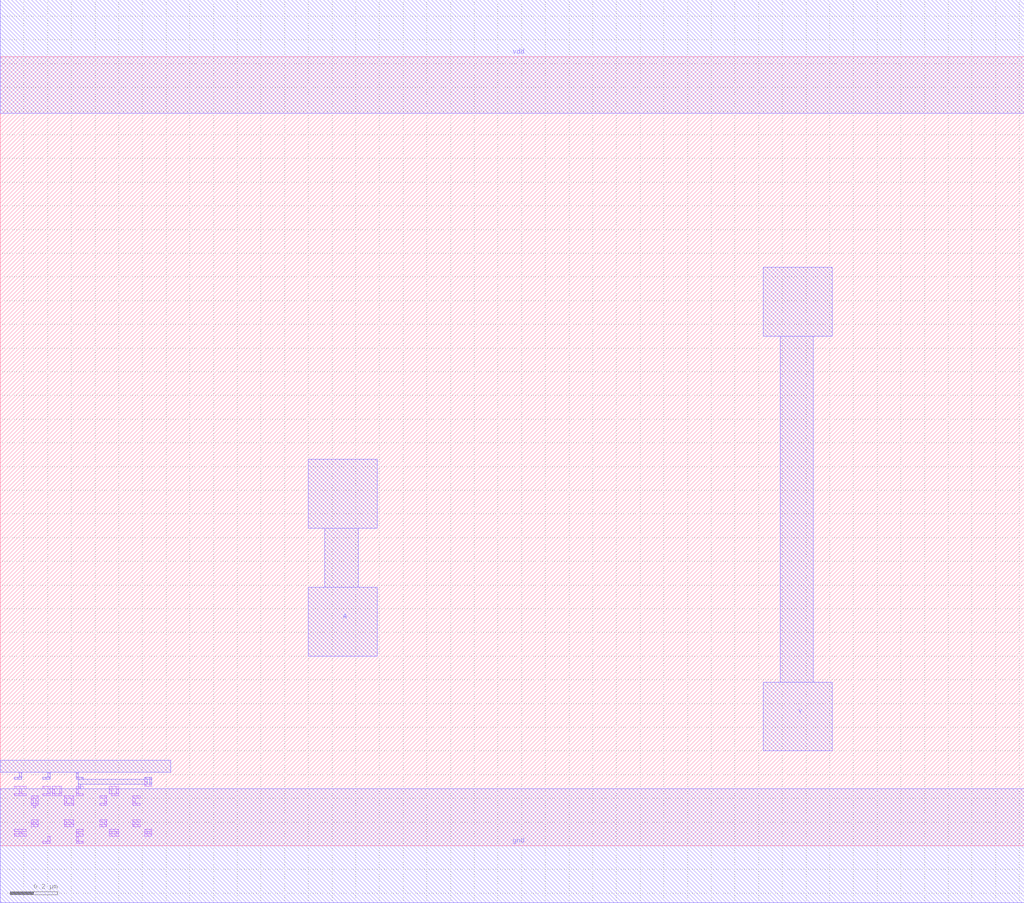
<source format=lef>
VERSION 5.7 ;
  NOWIREEXTENSIONATPIN ON ;
  DIVIDERCHAR "/" ;
  BUSBITCHARS "[]" ;
MACRO BUFX2
  CLASS CORE ;
  FOREIGN BUFX2 ;
  ORIGIN 0.000 0.000 ;
  SIZE 4.320 BY 3.330 ;
  SYMMETRY X Y R90 ;
  SITE unit ;
  PIN vdd
    DIRECTION INOUT ;
    USE POWER ;
    SHAPE ABUTMENT ;
    PORT
      LAYER met1 ;
        RECT 0.000 3.090 4.320 3.570 ;
    END
  END vdd
  PIN gnd
    DIRECTION INOUT ;
    USE GROUND ;
    SHAPE ABUTMENT ;
    PORT
      LAYER met1 ;
        RECT 0.000 0.310 0.720 0.360 ;
        RECT 0.080 0.290 0.090 0.310 ;
        RECT 0.200 0.290 0.210 0.310 ;
        RECT 0.060 0.280 0.090 0.290 ;
        RECT 0.180 0.280 0.210 0.290 ;
        RECT 0.320 0.290 0.330 0.310 ;
        RECT 0.320 0.280 0.350 0.290 ;
        RECT 0.610 0.280 0.640 0.290 ;
        RECT 0.330 0.260 0.620 0.280 ;
        RECT 0.630 0.260 0.640 0.280 ;
        RECT 0.330 0.240 0.340 0.260 ;
        RECT 0.000 -0.240 4.320 0.240 ;
    END
  END gnd
  PIN Y
    DIRECTION INOUT ;
    USE SIGNAL ;
    SHAPE ABUTMENT ;
    PORT
      LAYER met1 ;
        RECT 3.220 2.150 3.510 2.440 ;
        RECT 3.290 0.690 3.430 2.150 ;
        RECT 3.220 0.400 3.510 0.690 ;
    END
  END Y
  PIN A
    DIRECTION INOUT ;
    USE SIGNAL ;
    SHAPE ABUTMENT ;
    PORT
      LAYER met1 ;
        RECT 1.300 1.340 1.590 1.630 ;
        RECT 1.370 1.090 1.510 1.340 ;
        RECT 1.300 0.800 1.590 1.090 ;
    END
  END A
  OBS
      LAYER li1 ;
        RECT 0.080 0.290 0.090 0.310 ;
        RECT 0.200 0.290 0.210 0.310 ;
        RECT 0.060 0.280 0.090 0.290 ;
        RECT 0.180 0.280 0.210 0.290 ;
        RECT 0.320 0.290 0.330 0.310 ;
        RECT 0.320 0.280 0.350 0.290 ;
        RECT 0.610 0.280 0.640 0.290 ;
        RECT 0.610 0.260 0.620 0.280 ;
        RECT 0.630 0.260 0.640 0.280 ;
        RECT 0.610 0.250 0.640 0.260 ;
        RECT 0.060 0.240 0.110 0.250 ;
        RECT 0.180 0.240 0.210 0.250 ;
        RECT 0.080 0.220 0.090 0.240 ;
        RECT 0.200 0.220 0.210 0.240 ;
        RECT 0.060 0.210 0.110 0.220 ;
        RECT 0.180 0.210 0.210 0.220 ;
        RECT 0.220 0.240 0.260 0.250 ;
        RECT 0.220 0.220 0.230 0.240 ;
        RECT 0.250 0.220 0.260 0.240 ;
        RECT 0.220 0.210 0.260 0.220 ;
        RECT 0.320 0.240 0.350 0.250 ;
        RECT 0.460 0.240 0.500 0.250 ;
        RECT 0.320 0.220 0.330 0.240 ;
        RECT 0.460 0.220 0.470 0.240 ;
        RECT 0.490 0.220 0.500 0.240 ;
        RECT 0.320 0.210 0.350 0.220 ;
        RECT 0.470 0.210 0.500 0.220 ;
        RECT 0.130 0.200 0.160 0.210 ;
        RECT 0.130 0.180 0.140 0.200 ;
        RECT 0.150 0.180 0.160 0.200 ;
        RECT 0.130 0.170 0.160 0.180 ;
        RECT 0.270 0.200 0.310 0.210 ;
        RECT 0.420 0.200 0.450 0.210 ;
        RECT 0.270 0.180 0.280 0.200 ;
        RECT 0.300 0.180 0.310 0.200 ;
        RECT 0.440 0.180 0.450 0.200 ;
        RECT 0.270 0.170 0.310 0.180 ;
        RECT 0.420 0.170 0.450 0.180 ;
        RECT 0.560 0.200 0.590 0.210 ;
        RECT 0.560 0.180 0.570 0.200 ;
        RECT 0.560 0.170 0.590 0.180 ;
        RECT 0.140 0.160 0.150 0.170 ;
        RECT 0.130 0.100 0.160 0.110 ;
        RECT 0.130 0.090 0.140 0.100 ;
        RECT 0.150 0.090 0.160 0.100 ;
        RECT 0.130 0.080 0.160 0.090 ;
        RECT 0.270 0.100 0.310 0.110 ;
        RECT 0.420 0.100 0.450 0.110 ;
        RECT 0.270 0.090 0.280 0.100 ;
        RECT 0.300 0.090 0.310 0.100 ;
        RECT 0.440 0.090 0.450 0.100 ;
        RECT 0.270 0.080 0.310 0.090 ;
        RECT 0.420 0.080 0.450 0.090 ;
        RECT 0.560 0.100 0.590 0.110 ;
        RECT 0.560 0.090 0.570 0.100 ;
        RECT 0.560 0.080 0.590 0.090 ;
        RECT 0.060 0.060 0.110 0.070 ;
        RECT 0.320 0.060 0.350 0.070 ;
        RECT 0.460 0.060 0.500 0.070 ;
        RECT 0.080 0.050 0.090 0.060 ;
        RECT 0.320 0.050 0.330 0.060 ;
        RECT 0.460 0.050 0.470 0.060 ;
        RECT 0.490 0.050 0.500 0.060 ;
        RECT 0.060 0.040 0.110 0.050 ;
        RECT 0.320 0.040 0.350 0.050 ;
        RECT 0.460 0.040 0.500 0.050 ;
        RECT 0.610 0.060 0.640 0.070 ;
        RECT 0.610 0.050 0.620 0.060 ;
        RECT 0.630 0.050 0.640 0.060 ;
        RECT 0.610 0.040 0.640 0.050 ;
        RECT 0.200 0.020 0.210 0.040 ;
        RECT 0.180 0.010 0.210 0.020 ;
        RECT 0.320 0.020 0.330 0.040 ;
        RECT 0.320 0.010 0.350 0.020 ;
  END
END BUFX2
END LIBRARY


</source>
